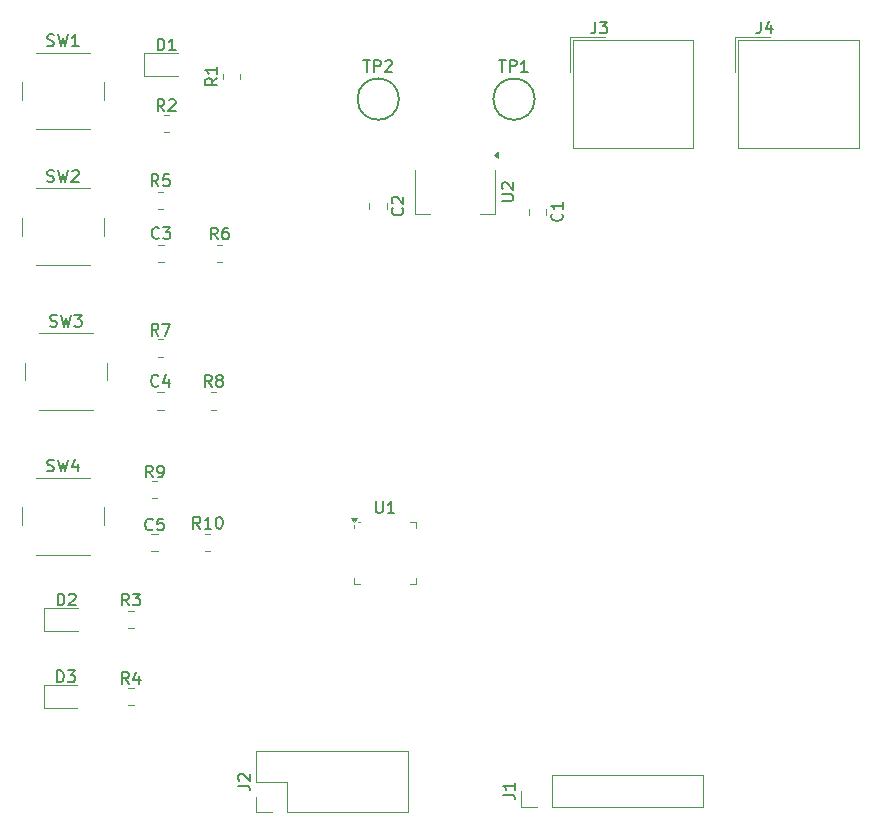
<source format=gbr>
%TF.GenerationSoftware,KiCad,Pcbnew,8.0.5*%
%TF.CreationDate,2024-11-07T20:07:23-06:00*%
%TF.ProjectId,LEDDashboard,4c454444-6173-4686-926f-6172642e6b69,rev?*%
%TF.SameCoordinates,Original*%
%TF.FileFunction,Legend,Top*%
%TF.FilePolarity,Positive*%
%FSLAX46Y46*%
G04 Gerber Fmt 4.6, Leading zero omitted, Abs format (unit mm)*
G04 Created by KiCad (PCBNEW 8.0.5) date 2024-11-07 20:07:23*
%MOMM*%
%LPD*%
G01*
G04 APERTURE LIST*
%ADD10C,0.150000*%
%ADD11C,0.120000*%
G04 APERTURE END LIST*
D10*
X68887319Y-36544404D02*
X69696842Y-36544404D01*
X69696842Y-36544404D02*
X69792080Y-36496785D01*
X69792080Y-36496785D02*
X69839700Y-36449166D01*
X69839700Y-36449166D02*
X69887319Y-36353928D01*
X69887319Y-36353928D02*
X69887319Y-36163452D01*
X69887319Y-36163452D02*
X69839700Y-36068214D01*
X69839700Y-36068214D02*
X69792080Y-36020595D01*
X69792080Y-36020595D02*
X69696842Y-35972976D01*
X69696842Y-35972976D02*
X68887319Y-35972976D01*
X68982557Y-35544404D02*
X68934938Y-35496785D01*
X68934938Y-35496785D02*
X68887319Y-35401547D01*
X68887319Y-35401547D02*
X68887319Y-35163452D01*
X68887319Y-35163452D02*
X68934938Y-35068214D01*
X68934938Y-35068214D02*
X68982557Y-35020595D01*
X68982557Y-35020595D02*
X69077795Y-34972976D01*
X69077795Y-34972976D02*
X69173033Y-34972976D01*
X69173033Y-34972976D02*
X69315890Y-35020595D01*
X69315890Y-35020595D02*
X69887319Y-35592023D01*
X69887319Y-35592023D02*
X69887319Y-34972976D01*
X57170595Y-24637319D02*
X57742023Y-24637319D01*
X57456309Y-25637319D02*
X57456309Y-24637319D01*
X58075357Y-25637319D02*
X58075357Y-24637319D01*
X58075357Y-24637319D02*
X58456309Y-24637319D01*
X58456309Y-24637319D02*
X58551547Y-24684938D01*
X58551547Y-24684938D02*
X58599166Y-24732557D01*
X58599166Y-24732557D02*
X58646785Y-24827795D01*
X58646785Y-24827795D02*
X58646785Y-24970652D01*
X58646785Y-24970652D02*
X58599166Y-25065890D01*
X58599166Y-25065890D02*
X58551547Y-25113509D01*
X58551547Y-25113509D02*
X58456309Y-25161128D01*
X58456309Y-25161128D02*
X58075357Y-25161128D01*
X59027738Y-24732557D02*
X59075357Y-24684938D01*
X59075357Y-24684938D02*
X59170595Y-24637319D01*
X59170595Y-24637319D02*
X59408690Y-24637319D01*
X59408690Y-24637319D02*
X59503928Y-24684938D01*
X59503928Y-24684938D02*
X59551547Y-24732557D01*
X59551547Y-24732557D02*
X59599166Y-24827795D01*
X59599166Y-24827795D02*
X59599166Y-24923033D01*
X59599166Y-24923033D02*
X59551547Y-25065890D01*
X59551547Y-25065890D02*
X58980119Y-25637319D01*
X58980119Y-25637319D02*
X59599166Y-25637319D01*
X68670595Y-24637319D02*
X69242023Y-24637319D01*
X68956309Y-25637319D02*
X68956309Y-24637319D01*
X69575357Y-25637319D02*
X69575357Y-24637319D01*
X69575357Y-24637319D02*
X69956309Y-24637319D01*
X69956309Y-24637319D02*
X70051547Y-24684938D01*
X70051547Y-24684938D02*
X70099166Y-24732557D01*
X70099166Y-24732557D02*
X70146785Y-24827795D01*
X70146785Y-24827795D02*
X70146785Y-24970652D01*
X70146785Y-24970652D02*
X70099166Y-25065890D01*
X70099166Y-25065890D02*
X70051547Y-25113509D01*
X70051547Y-25113509D02*
X69956309Y-25161128D01*
X69956309Y-25161128D02*
X69575357Y-25161128D01*
X71099166Y-25637319D02*
X70527738Y-25637319D01*
X70813452Y-25637319D02*
X70813452Y-24637319D01*
X70813452Y-24637319D02*
X70718214Y-24780176D01*
X70718214Y-24780176D02*
X70622976Y-24875414D01*
X70622976Y-24875414D02*
X70527738Y-24923033D01*
X30416667Y-59407200D02*
X30559524Y-59454819D01*
X30559524Y-59454819D02*
X30797619Y-59454819D01*
X30797619Y-59454819D02*
X30892857Y-59407200D01*
X30892857Y-59407200D02*
X30940476Y-59359580D01*
X30940476Y-59359580D02*
X30988095Y-59264342D01*
X30988095Y-59264342D02*
X30988095Y-59169104D01*
X30988095Y-59169104D02*
X30940476Y-59073866D01*
X30940476Y-59073866D02*
X30892857Y-59026247D01*
X30892857Y-59026247D02*
X30797619Y-58978628D01*
X30797619Y-58978628D02*
X30607143Y-58931009D01*
X30607143Y-58931009D02*
X30511905Y-58883390D01*
X30511905Y-58883390D02*
X30464286Y-58835771D01*
X30464286Y-58835771D02*
X30416667Y-58740533D01*
X30416667Y-58740533D02*
X30416667Y-58645295D01*
X30416667Y-58645295D02*
X30464286Y-58550057D01*
X30464286Y-58550057D02*
X30511905Y-58502438D01*
X30511905Y-58502438D02*
X30607143Y-58454819D01*
X30607143Y-58454819D02*
X30845238Y-58454819D01*
X30845238Y-58454819D02*
X30988095Y-58502438D01*
X31321429Y-58454819D02*
X31559524Y-59454819D01*
X31559524Y-59454819D02*
X31750000Y-58740533D01*
X31750000Y-58740533D02*
X31940476Y-59454819D01*
X31940476Y-59454819D02*
X32178572Y-58454819D01*
X32988095Y-58788152D02*
X32988095Y-59454819D01*
X32750000Y-58407200D02*
X32511905Y-59121485D01*
X32511905Y-59121485D02*
X33130952Y-59121485D01*
X30666667Y-47157200D02*
X30809524Y-47204819D01*
X30809524Y-47204819D02*
X31047619Y-47204819D01*
X31047619Y-47204819D02*
X31142857Y-47157200D01*
X31142857Y-47157200D02*
X31190476Y-47109580D01*
X31190476Y-47109580D02*
X31238095Y-47014342D01*
X31238095Y-47014342D02*
X31238095Y-46919104D01*
X31238095Y-46919104D02*
X31190476Y-46823866D01*
X31190476Y-46823866D02*
X31142857Y-46776247D01*
X31142857Y-46776247D02*
X31047619Y-46728628D01*
X31047619Y-46728628D02*
X30857143Y-46681009D01*
X30857143Y-46681009D02*
X30761905Y-46633390D01*
X30761905Y-46633390D02*
X30714286Y-46585771D01*
X30714286Y-46585771D02*
X30666667Y-46490533D01*
X30666667Y-46490533D02*
X30666667Y-46395295D01*
X30666667Y-46395295D02*
X30714286Y-46300057D01*
X30714286Y-46300057D02*
X30761905Y-46252438D01*
X30761905Y-46252438D02*
X30857143Y-46204819D01*
X30857143Y-46204819D02*
X31095238Y-46204819D01*
X31095238Y-46204819D02*
X31238095Y-46252438D01*
X31571429Y-46204819D02*
X31809524Y-47204819D01*
X31809524Y-47204819D02*
X32000000Y-46490533D01*
X32000000Y-46490533D02*
X32190476Y-47204819D01*
X32190476Y-47204819D02*
X32428572Y-46204819D01*
X32714286Y-46204819D02*
X33333333Y-46204819D01*
X33333333Y-46204819D02*
X33000000Y-46585771D01*
X33000000Y-46585771D02*
X33142857Y-46585771D01*
X33142857Y-46585771D02*
X33238095Y-46633390D01*
X33238095Y-46633390D02*
X33285714Y-46681009D01*
X33285714Y-46681009D02*
X33333333Y-46776247D01*
X33333333Y-46776247D02*
X33333333Y-47014342D01*
X33333333Y-47014342D02*
X33285714Y-47109580D01*
X33285714Y-47109580D02*
X33238095Y-47157200D01*
X33238095Y-47157200D02*
X33142857Y-47204819D01*
X33142857Y-47204819D02*
X32857143Y-47204819D01*
X32857143Y-47204819D02*
X32761905Y-47157200D01*
X32761905Y-47157200D02*
X32714286Y-47109580D01*
X30416667Y-34907200D02*
X30559524Y-34954819D01*
X30559524Y-34954819D02*
X30797619Y-34954819D01*
X30797619Y-34954819D02*
X30892857Y-34907200D01*
X30892857Y-34907200D02*
X30940476Y-34859580D01*
X30940476Y-34859580D02*
X30988095Y-34764342D01*
X30988095Y-34764342D02*
X30988095Y-34669104D01*
X30988095Y-34669104D02*
X30940476Y-34573866D01*
X30940476Y-34573866D02*
X30892857Y-34526247D01*
X30892857Y-34526247D02*
X30797619Y-34478628D01*
X30797619Y-34478628D02*
X30607143Y-34431009D01*
X30607143Y-34431009D02*
X30511905Y-34383390D01*
X30511905Y-34383390D02*
X30464286Y-34335771D01*
X30464286Y-34335771D02*
X30416667Y-34240533D01*
X30416667Y-34240533D02*
X30416667Y-34145295D01*
X30416667Y-34145295D02*
X30464286Y-34050057D01*
X30464286Y-34050057D02*
X30511905Y-34002438D01*
X30511905Y-34002438D02*
X30607143Y-33954819D01*
X30607143Y-33954819D02*
X30845238Y-33954819D01*
X30845238Y-33954819D02*
X30988095Y-34002438D01*
X31321429Y-33954819D02*
X31559524Y-34954819D01*
X31559524Y-34954819D02*
X31750000Y-34240533D01*
X31750000Y-34240533D02*
X31940476Y-34954819D01*
X31940476Y-34954819D02*
X32178572Y-33954819D01*
X32511905Y-34050057D02*
X32559524Y-34002438D01*
X32559524Y-34002438D02*
X32654762Y-33954819D01*
X32654762Y-33954819D02*
X32892857Y-33954819D01*
X32892857Y-33954819D02*
X32988095Y-34002438D01*
X32988095Y-34002438D02*
X33035714Y-34050057D01*
X33035714Y-34050057D02*
X33083333Y-34145295D01*
X33083333Y-34145295D02*
X33083333Y-34240533D01*
X33083333Y-34240533D02*
X33035714Y-34383390D01*
X33035714Y-34383390D02*
X32464286Y-34954819D01*
X32464286Y-34954819D02*
X33083333Y-34954819D01*
X30416667Y-23407200D02*
X30559524Y-23454819D01*
X30559524Y-23454819D02*
X30797619Y-23454819D01*
X30797619Y-23454819D02*
X30892857Y-23407200D01*
X30892857Y-23407200D02*
X30940476Y-23359580D01*
X30940476Y-23359580D02*
X30988095Y-23264342D01*
X30988095Y-23264342D02*
X30988095Y-23169104D01*
X30988095Y-23169104D02*
X30940476Y-23073866D01*
X30940476Y-23073866D02*
X30892857Y-23026247D01*
X30892857Y-23026247D02*
X30797619Y-22978628D01*
X30797619Y-22978628D02*
X30607143Y-22931009D01*
X30607143Y-22931009D02*
X30511905Y-22883390D01*
X30511905Y-22883390D02*
X30464286Y-22835771D01*
X30464286Y-22835771D02*
X30416667Y-22740533D01*
X30416667Y-22740533D02*
X30416667Y-22645295D01*
X30416667Y-22645295D02*
X30464286Y-22550057D01*
X30464286Y-22550057D02*
X30511905Y-22502438D01*
X30511905Y-22502438D02*
X30607143Y-22454819D01*
X30607143Y-22454819D02*
X30845238Y-22454819D01*
X30845238Y-22454819D02*
X30988095Y-22502438D01*
X31321429Y-22454819D02*
X31559524Y-23454819D01*
X31559524Y-23454819D02*
X31750000Y-22740533D01*
X31750000Y-22740533D02*
X31940476Y-23454819D01*
X31940476Y-23454819D02*
X32178572Y-22454819D01*
X33083333Y-23454819D02*
X32511905Y-23454819D01*
X32797619Y-23454819D02*
X32797619Y-22454819D01*
X32797619Y-22454819D02*
X32702381Y-22597676D01*
X32702381Y-22597676D02*
X32607143Y-22692914D01*
X32607143Y-22692914D02*
X32511905Y-22740533D01*
X43357142Y-64304819D02*
X43023809Y-63828628D01*
X42785714Y-64304819D02*
X42785714Y-63304819D01*
X42785714Y-63304819D02*
X43166666Y-63304819D01*
X43166666Y-63304819D02*
X43261904Y-63352438D01*
X43261904Y-63352438D02*
X43309523Y-63400057D01*
X43309523Y-63400057D02*
X43357142Y-63495295D01*
X43357142Y-63495295D02*
X43357142Y-63638152D01*
X43357142Y-63638152D02*
X43309523Y-63733390D01*
X43309523Y-63733390D02*
X43261904Y-63781009D01*
X43261904Y-63781009D02*
X43166666Y-63828628D01*
X43166666Y-63828628D02*
X42785714Y-63828628D01*
X44309523Y-64304819D02*
X43738095Y-64304819D01*
X44023809Y-64304819D02*
X44023809Y-63304819D01*
X44023809Y-63304819D02*
X43928571Y-63447676D01*
X43928571Y-63447676D02*
X43833333Y-63542914D01*
X43833333Y-63542914D02*
X43738095Y-63590533D01*
X44928571Y-63304819D02*
X45023809Y-63304819D01*
X45023809Y-63304819D02*
X45119047Y-63352438D01*
X45119047Y-63352438D02*
X45166666Y-63400057D01*
X45166666Y-63400057D02*
X45214285Y-63495295D01*
X45214285Y-63495295D02*
X45261904Y-63685771D01*
X45261904Y-63685771D02*
X45261904Y-63923866D01*
X45261904Y-63923866D02*
X45214285Y-64114342D01*
X45214285Y-64114342D02*
X45166666Y-64209580D01*
X45166666Y-64209580D02*
X45119047Y-64257200D01*
X45119047Y-64257200D02*
X45023809Y-64304819D01*
X45023809Y-64304819D02*
X44928571Y-64304819D01*
X44928571Y-64304819D02*
X44833333Y-64257200D01*
X44833333Y-64257200D02*
X44785714Y-64209580D01*
X44785714Y-64209580D02*
X44738095Y-64114342D01*
X44738095Y-64114342D02*
X44690476Y-63923866D01*
X44690476Y-63923866D02*
X44690476Y-63685771D01*
X44690476Y-63685771D02*
X44738095Y-63495295D01*
X44738095Y-63495295D02*
X44785714Y-63400057D01*
X44785714Y-63400057D02*
X44833333Y-63352438D01*
X44833333Y-63352438D02*
X44928571Y-63304819D01*
X39333333Y-59954819D02*
X39000000Y-59478628D01*
X38761905Y-59954819D02*
X38761905Y-58954819D01*
X38761905Y-58954819D02*
X39142857Y-58954819D01*
X39142857Y-58954819D02*
X39238095Y-59002438D01*
X39238095Y-59002438D02*
X39285714Y-59050057D01*
X39285714Y-59050057D02*
X39333333Y-59145295D01*
X39333333Y-59145295D02*
X39333333Y-59288152D01*
X39333333Y-59288152D02*
X39285714Y-59383390D01*
X39285714Y-59383390D02*
X39238095Y-59431009D01*
X39238095Y-59431009D02*
X39142857Y-59478628D01*
X39142857Y-59478628D02*
X38761905Y-59478628D01*
X39809524Y-59954819D02*
X40000000Y-59954819D01*
X40000000Y-59954819D02*
X40095238Y-59907200D01*
X40095238Y-59907200D02*
X40142857Y-59859580D01*
X40142857Y-59859580D02*
X40238095Y-59716723D01*
X40238095Y-59716723D02*
X40285714Y-59526247D01*
X40285714Y-59526247D02*
X40285714Y-59145295D01*
X40285714Y-59145295D02*
X40238095Y-59050057D01*
X40238095Y-59050057D02*
X40190476Y-59002438D01*
X40190476Y-59002438D02*
X40095238Y-58954819D01*
X40095238Y-58954819D02*
X39904762Y-58954819D01*
X39904762Y-58954819D02*
X39809524Y-59002438D01*
X39809524Y-59002438D02*
X39761905Y-59050057D01*
X39761905Y-59050057D02*
X39714286Y-59145295D01*
X39714286Y-59145295D02*
X39714286Y-59383390D01*
X39714286Y-59383390D02*
X39761905Y-59478628D01*
X39761905Y-59478628D02*
X39809524Y-59526247D01*
X39809524Y-59526247D02*
X39904762Y-59573866D01*
X39904762Y-59573866D02*
X40095238Y-59573866D01*
X40095238Y-59573866D02*
X40190476Y-59526247D01*
X40190476Y-59526247D02*
X40238095Y-59478628D01*
X40238095Y-59478628D02*
X40285714Y-59383390D01*
X44333333Y-52304819D02*
X44000000Y-51828628D01*
X43761905Y-52304819D02*
X43761905Y-51304819D01*
X43761905Y-51304819D02*
X44142857Y-51304819D01*
X44142857Y-51304819D02*
X44238095Y-51352438D01*
X44238095Y-51352438D02*
X44285714Y-51400057D01*
X44285714Y-51400057D02*
X44333333Y-51495295D01*
X44333333Y-51495295D02*
X44333333Y-51638152D01*
X44333333Y-51638152D02*
X44285714Y-51733390D01*
X44285714Y-51733390D02*
X44238095Y-51781009D01*
X44238095Y-51781009D02*
X44142857Y-51828628D01*
X44142857Y-51828628D02*
X43761905Y-51828628D01*
X44904762Y-51733390D02*
X44809524Y-51685771D01*
X44809524Y-51685771D02*
X44761905Y-51638152D01*
X44761905Y-51638152D02*
X44714286Y-51542914D01*
X44714286Y-51542914D02*
X44714286Y-51495295D01*
X44714286Y-51495295D02*
X44761905Y-51400057D01*
X44761905Y-51400057D02*
X44809524Y-51352438D01*
X44809524Y-51352438D02*
X44904762Y-51304819D01*
X44904762Y-51304819D02*
X45095238Y-51304819D01*
X45095238Y-51304819D02*
X45190476Y-51352438D01*
X45190476Y-51352438D02*
X45238095Y-51400057D01*
X45238095Y-51400057D02*
X45285714Y-51495295D01*
X45285714Y-51495295D02*
X45285714Y-51542914D01*
X45285714Y-51542914D02*
X45238095Y-51638152D01*
X45238095Y-51638152D02*
X45190476Y-51685771D01*
X45190476Y-51685771D02*
X45095238Y-51733390D01*
X45095238Y-51733390D02*
X44904762Y-51733390D01*
X44904762Y-51733390D02*
X44809524Y-51781009D01*
X44809524Y-51781009D02*
X44761905Y-51828628D01*
X44761905Y-51828628D02*
X44714286Y-51923866D01*
X44714286Y-51923866D02*
X44714286Y-52114342D01*
X44714286Y-52114342D02*
X44761905Y-52209580D01*
X44761905Y-52209580D02*
X44809524Y-52257200D01*
X44809524Y-52257200D02*
X44904762Y-52304819D01*
X44904762Y-52304819D02*
X45095238Y-52304819D01*
X45095238Y-52304819D02*
X45190476Y-52257200D01*
X45190476Y-52257200D02*
X45238095Y-52209580D01*
X45238095Y-52209580D02*
X45285714Y-52114342D01*
X45285714Y-52114342D02*
X45285714Y-51923866D01*
X45285714Y-51923866D02*
X45238095Y-51828628D01*
X45238095Y-51828628D02*
X45190476Y-51781009D01*
X45190476Y-51781009D02*
X45095238Y-51733390D01*
X39833333Y-47954819D02*
X39500000Y-47478628D01*
X39261905Y-47954819D02*
X39261905Y-46954819D01*
X39261905Y-46954819D02*
X39642857Y-46954819D01*
X39642857Y-46954819D02*
X39738095Y-47002438D01*
X39738095Y-47002438D02*
X39785714Y-47050057D01*
X39785714Y-47050057D02*
X39833333Y-47145295D01*
X39833333Y-47145295D02*
X39833333Y-47288152D01*
X39833333Y-47288152D02*
X39785714Y-47383390D01*
X39785714Y-47383390D02*
X39738095Y-47431009D01*
X39738095Y-47431009D02*
X39642857Y-47478628D01*
X39642857Y-47478628D02*
X39261905Y-47478628D01*
X40166667Y-46954819D02*
X40833333Y-46954819D01*
X40833333Y-46954819D02*
X40404762Y-47954819D01*
X44833333Y-39804819D02*
X44500000Y-39328628D01*
X44261905Y-39804819D02*
X44261905Y-38804819D01*
X44261905Y-38804819D02*
X44642857Y-38804819D01*
X44642857Y-38804819D02*
X44738095Y-38852438D01*
X44738095Y-38852438D02*
X44785714Y-38900057D01*
X44785714Y-38900057D02*
X44833333Y-38995295D01*
X44833333Y-38995295D02*
X44833333Y-39138152D01*
X44833333Y-39138152D02*
X44785714Y-39233390D01*
X44785714Y-39233390D02*
X44738095Y-39281009D01*
X44738095Y-39281009D02*
X44642857Y-39328628D01*
X44642857Y-39328628D02*
X44261905Y-39328628D01*
X45690476Y-38804819D02*
X45500000Y-38804819D01*
X45500000Y-38804819D02*
X45404762Y-38852438D01*
X45404762Y-38852438D02*
X45357143Y-38900057D01*
X45357143Y-38900057D02*
X45261905Y-39042914D01*
X45261905Y-39042914D02*
X45214286Y-39233390D01*
X45214286Y-39233390D02*
X45214286Y-39614342D01*
X45214286Y-39614342D02*
X45261905Y-39709580D01*
X45261905Y-39709580D02*
X45309524Y-39757200D01*
X45309524Y-39757200D02*
X45404762Y-39804819D01*
X45404762Y-39804819D02*
X45595238Y-39804819D01*
X45595238Y-39804819D02*
X45690476Y-39757200D01*
X45690476Y-39757200D02*
X45738095Y-39709580D01*
X45738095Y-39709580D02*
X45785714Y-39614342D01*
X45785714Y-39614342D02*
X45785714Y-39376247D01*
X45785714Y-39376247D02*
X45738095Y-39281009D01*
X45738095Y-39281009D02*
X45690476Y-39233390D01*
X45690476Y-39233390D02*
X45595238Y-39185771D01*
X45595238Y-39185771D02*
X45404762Y-39185771D01*
X45404762Y-39185771D02*
X45309524Y-39233390D01*
X45309524Y-39233390D02*
X45261905Y-39281009D01*
X45261905Y-39281009D02*
X45214286Y-39376247D01*
X39833333Y-35304819D02*
X39500000Y-34828628D01*
X39261905Y-35304819D02*
X39261905Y-34304819D01*
X39261905Y-34304819D02*
X39642857Y-34304819D01*
X39642857Y-34304819D02*
X39738095Y-34352438D01*
X39738095Y-34352438D02*
X39785714Y-34400057D01*
X39785714Y-34400057D02*
X39833333Y-34495295D01*
X39833333Y-34495295D02*
X39833333Y-34638152D01*
X39833333Y-34638152D02*
X39785714Y-34733390D01*
X39785714Y-34733390D02*
X39738095Y-34781009D01*
X39738095Y-34781009D02*
X39642857Y-34828628D01*
X39642857Y-34828628D02*
X39261905Y-34828628D01*
X40738095Y-34304819D02*
X40261905Y-34304819D01*
X40261905Y-34304819D02*
X40214286Y-34781009D01*
X40214286Y-34781009D02*
X40261905Y-34733390D01*
X40261905Y-34733390D02*
X40357143Y-34685771D01*
X40357143Y-34685771D02*
X40595238Y-34685771D01*
X40595238Y-34685771D02*
X40690476Y-34733390D01*
X40690476Y-34733390D02*
X40738095Y-34781009D01*
X40738095Y-34781009D02*
X40785714Y-34876247D01*
X40785714Y-34876247D02*
X40785714Y-35114342D01*
X40785714Y-35114342D02*
X40738095Y-35209580D01*
X40738095Y-35209580D02*
X40690476Y-35257200D01*
X40690476Y-35257200D02*
X40595238Y-35304819D01*
X40595238Y-35304819D02*
X40357143Y-35304819D01*
X40357143Y-35304819D02*
X40261905Y-35257200D01*
X40261905Y-35257200D02*
X40214286Y-35209580D01*
X37333333Y-77454819D02*
X37000000Y-76978628D01*
X36761905Y-77454819D02*
X36761905Y-76454819D01*
X36761905Y-76454819D02*
X37142857Y-76454819D01*
X37142857Y-76454819D02*
X37238095Y-76502438D01*
X37238095Y-76502438D02*
X37285714Y-76550057D01*
X37285714Y-76550057D02*
X37333333Y-76645295D01*
X37333333Y-76645295D02*
X37333333Y-76788152D01*
X37333333Y-76788152D02*
X37285714Y-76883390D01*
X37285714Y-76883390D02*
X37238095Y-76931009D01*
X37238095Y-76931009D02*
X37142857Y-76978628D01*
X37142857Y-76978628D02*
X36761905Y-76978628D01*
X38190476Y-76788152D02*
X38190476Y-77454819D01*
X37952381Y-76407200D02*
X37714286Y-77121485D01*
X37714286Y-77121485D02*
X38333333Y-77121485D01*
X37333333Y-70804819D02*
X37000000Y-70328628D01*
X36761905Y-70804819D02*
X36761905Y-69804819D01*
X36761905Y-69804819D02*
X37142857Y-69804819D01*
X37142857Y-69804819D02*
X37238095Y-69852438D01*
X37238095Y-69852438D02*
X37285714Y-69900057D01*
X37285714Y-69900057D02*
X37333333Y-69995295D01*
X37333333Y-69995295D02*
X37333333Y-70138152D01*
X37333333Y-70138152D02*
X37285714Y-70233390D01*
X37285714Y-70233390D02*
X37238095Y-70281009D01*
X37238095Y-70281009D02*
X37142857Y-70328628D01*
X37142857Y-70328628D02*
X36761905Y-70328628D01*
X37666667Y-69804819D02*
X38285714Y-69804819D01*
X38285714Y-69804819D02*
X37952381Y-70185771D01*
X37952381Y-70185771D02*
X38095238Y-70185771D01*
X38095238Y-70185771D02*
X38190476Y-70233390D01*
X38190476Y-70233390D02*
X38238095Y-70281009D01*
X38238095Y-70281009D02*
X38285714Y-70376247D01*
X38285714Y-70376247D02*
X38285714Y-70614342D01*
X38285714Y-70614342D02*
X38238095Y-70709580D01*
X38238095Y-70709580D02*
X38190476Y-70757200D01*
X38190476Y-70757200D02*
X38095238Y-70804819D01*
X38095238Y-70804819D02*
X37809524Y-70804819D01*
X37809524Y-70804819D02*
X37714286Y-70757200D01*
X37714286Y-70757200D02*
X37666667Y-70709580D01*
X40333333Y-28954819D02*
X40000000Y-28478628D01*
X39761905Y-28954819D02*
X39761905Y-27954819D01*
X39761905Y-27954819D02*
X40142857Y-27954819D01*
X40142857Y-27954819D02*
X40238095Y-28002438D01*
X40238095Y-28002438D02*
X40285714Y-28050057D01*
X40285714Y-28050057D02*
X40333333Y-28145295D01*
X40333333Y-28145295D02*
X40333333Y-28288152D01*
X40333333Y-28288152D02*
X40285714Y-28383390D01*
X40285714Y-28383390D02*
X40238095Y-28431009D01*
X40238095Y-28431009D02*
X40142857Y-28478628D01*
X40142857Y-28478628D02*
X39761905Y-28478628D01*
X40714286Y-28050057D02*
X40761905Y-28002438D01*
X40761905Y-28002438D02*
X40857143Y-27954819D01*
X40857143Y-27954819D02*
X41095238Y-27954819D01*
X41095238Y-27954819D02*
X41190476Y-28002438D01*
X41190476Y-28002438D02*
X41238095Y-28050057D01*
X41238095Y-28050057D02*
X41285714Y-28145295D01*
X41285714Y-28145295D02*
X41285714Y-28240533D01*
X41285714Y-28240533D02*
X41238095Y-28383390D01*
X41238095Y-28383390D02*
X40666667Y-28954819D01*
X40666667Y-28954819D02*
X41285714Y-28954819D01*
X44804819Y-26166666D02*
X44328628Y-26499999D01*
X44804819Y-26738094D02*
X43804819Y-26738094D01*
X43804819Y-26738094D02*
X43804819Y-26357142D01*
X43804819Y-26357142D02*
X43852438Y-26261904D01*
X43852438Y-26261904D02*
X43900057Y-26214285D01*
X43900057Y-26214285D02*
X43995295Y-26166666D01*
X43995295Y-26166666D02*
X44138152Y-26166666D01*
X44138152Y-26166666D02*
X44233390Y-26214285D01*
X44233390Y-26214285D02*
X44281009Y-26261904D01*
X44281009Y-26261904D02*
X44328628Y-26357142D01*
X44328628Y-26357142D02*
X44328628Y-26738094D01*
X44804819Y-25214285D02*
X44804819Y-25785713D01*
X44804819Y-25499999D02*
X43804819Y-25499999D01*
X43804819Y-25499999D02*
X43947676Y-25595237D01*
X43947676Y-25595237D02*
X44042914Y-25690475D01*
X44042914Y-25690475D02*
X44090533Y-25785713D01*
X90816666Y-21364819D02*
X90816666Y-22079104D01*
X90816666Y-22079104D02*
X90769047Y-22221961D01*
X90769047Y-22221961D02*
X90673809Y-22317200D01*
X90673809Y-22317200D02*
X90530952Y-22364819D01*
X90530952Y-22364819D02*
X90435714Y-22364819D01*
X91721428Y-21698152D02*
X91721428Y-22364819D01*
X91483333Y-21317200D02*
X91245238Y-22031485D01*
X91245238Y-22031485D02*
X91864285Y-22031485D01*
X76816666Y-21364819D02*
X76816666Y-22079104D01*
X76816666Y-22079104D02*
X76769047Y-22221961D01*
X76769047Y-22221961D02*
X76673809Y-22317200D01*
X76673809Y-22317200D02*
X76530952Y-22364819D01*
X76530952Y-22364819D02*
X76435714Y-22364819D01*
X77197619Y-21364819D02*
X77816666Y-21364819D01*
X77816666Y-21364819D02*
X77483333Y-21745771D01*
X77483333Y-21745771D02*
X77626190Y-21745771D01*
X77626190Y-21745771D02*
X77721428Y-21793390D01*
X77721428Y-21793390D02*
X77769047Y-21841009D01*
X77769047Y-21841009D02*
X77816666Y-21936247D01*
X77816666Y-21936247D02*
X77816666Y-22174342D01*
X77816666Y-22174342D02*
X77769047Y-22269580D01*
X77769047Y-22269580D02*
X77721428Y-22317200D01*
X77721428Y-22317200D02*
X77626190Y-22364819D01*
X77626190Y-22364819D02*
X77340476Y-22364819D01*
X77340476Y-22364819D02*
X77245238Y-22317200D01*
X77245238Y-22317200D02*
X77197619Y-22269580D01*
X46584819Y-86063333D02*
X47299104Y-86063333D01*
X47299104Y-86063333D02*
X47441961Y-86110952D01*
X47441961Y-86110952D02*
X47537200Y-86206190D01*
X47537200Y-86206190D02*
X47584819Y-86349047D01*
X47584819Y-86349047D02*
X47584819Y-86444285D01*
X46680057Y-85634761D02*
X46632438Y-85587142D01*
X46632438Y-85587142D02*
X46584819Y-85491904D01*
X46584819Y-85491904D02*
X46584819Y-85253809D01*
X46584819Y-85253809D02*
X46632438Y-85158571D01*
X46632438Y-85158571D02*
X46680057Y-85110952D01*
X46680057Y-85110952D02*
X46775295Y-85063333D01*
X46775295Y-85063333D02*
X46870533Y-85063333D01*
X46870533Y-85063333D02*
X47013390Y-85110952D01*
X47013390Y-85110952D02*
X47584819Y-85682380D01*
X47584819Y-85682380D02*
X47584819Y-85063333D01*
X69004819Y-86833333D02*
X69719104Y-86833333D01*
X69719104Y-86833333D02*
X69861961Y-86880952D01*
X69861961Y-86880952D02*
X69957200Y-86976190D01*
X69957200Y-86976190D02*
X70004819Y-87119047D01*
X70004819Y-87119047D02*
X70004819Y-87214285D01*
X70004819Y-85833333D02*
X70004819Y-86404761D01*
X70004819Y-86119047D02*
X69004819Y-86119047D01*
X69004819Y-86119047D02*
X69147676Y-86214285D01*
X69147676Y-86214285D02*
X69242914Y-86309523D01*
X69242914Y-86309523D02*
X69290533Y-86404761D01*
X31236905Y-77304819D02*
X31236905Y-76304819D01*
X31236905Y-76304819D02*
X31475000Y-76304819D01*
X31475000Y-76304819D02*
X31617857Y-76352438D01*
X31617857Y-76352438D02*
X31713095Y-76447676D01*
X31713095Y-76447676D02*
X31760714Y-76542914D01*
X31760714Y-76542914D02*
X31808333Y-76733390D01*
X31808333Y-76733390D02*
X31808333Y-76876247D01*
X31808333Y-76876247D02*
X31760714Y-77066723D01*
X31760714Y-77066723D02*
X31713095Y-77161961D01*
X31713095Y-77161961D02*
X31617857Y-77257200D01*
X31617857Y-77257200D02*
X31475000Y-77304819D01*
X31475000Y-77304819D02*
X31236905Y-77304819D01*
X32141667Y-76304819D02*
X32760714Y-76304819D01*
X32760714Y-76304819D02*
X32427381Y-76685771D01*
X32427381Y-76685771D02*
X32570238Y-76685771D01*
X32570238Y-76685771D02*
X32665476Y-76733390D01*
X32665476Y-76733390D02*
X32713095Y-76781009D01*
X32713095Y-76781009D02*
X32760714Y-76876247D01*
X32760714Y-76876247D02*
X32760714Y-77114342D01*
X32760714Y-77114342D02*
X32713095Y-77209580D01*
X32713095Y-77209580D02*
X32665476Y-77257200D01*
X32665476Y-77257200D02*
X32570238Y-77304819D01*
X32570238Y-77304819D02*
X32284524Y-77304819D01*
X32284524Y-77304819D02*
X32189286Y-77257200D01*
X32189286Y-77257200D02*
X32141667Y-77209580D01*
X31286905Y-70804819D02*
X31286905Y-69804819D01*
X31286905Y-69804819D02*
X31525000Y-69804819D01*
X31525000Y-69804819D02*
X31667857Y-69852438D01*
X31667857Y-69852438D02*
X31763095Y-69947676D01*
X31763095Y-69947676D02*
X31810714Y-70042914D01*
X31810714Y-70042914D02*
X31858333Y-70233390D01*
X31858333Y-70233390D02*
X31858333Y-70376247D01*
X31858333Y-70376247D02*
X31810714Y-70566723D01*
X31810714Y-70566723D02*
X31763095Y-70661961D01*
X31763095Y-70661961D02*
X31667857Y-70757200D01*
X31667857Y-70757200D02*
X31525000Y-70804819D01*
X31525000Y-70804819D02*
X31286905Y-70804819D01*
X32239286Y-69900057D02*
X32286905Y-69852438D01*
X32286905Y-69852438D02*
X32382143Y-69804819D01*
X32382143Y-69804819D02*
X32620238Y-69804819D01*
X32620238Y-69804819D02*
X32715476Y-69852438D01*
X32715476Y-69852438D02*
X32763095Y-69900057D01*
X32763095Y-69900057D02*
X32810714Y-69995295D01*
X32810714Y-69995295D02*
X32810714Y-70090533D01*
X32810714Y-70090533D02*
X32763095Y-70233390D01*
X32763095Y-70233390D02*
X32191667Y-70804819D01*
X32191667Y-70804819D02*
X32810714Y-70804819D01*
X39761905Y-23804819D02*
X39761905Y-22804819D01*
X39761905Y-22804819D02*
X40000000Y-22804819D01*
X40000000Y-22804819D02*
X40142857Y-22852438D01*
X40142857Y-22852438D02*
X40238095Y-22947676D01*
X40238095Y-22947676D02*
X40285714Y-23042914D01*
X40285714Y-23042914D02*
X40333333Y-23233390D01*
X40333333Y-23233390D02*
X40333333Y-23376247D01*
X40333333Y-23376247D02*
X40285714Y-23566723D01*
X40285714Y-23566723D02*
X40238095Y-23661961D01*
X40238095Y-23661961D02*
X40142857Y-23757200D01*
X40142857Y-23757200D02*
X40000000Y-23804819D01*
X40000000Y-23804819D02*
X39761905Y-23804819D01*
X41285714Y-23804819D02*
X40714286Y-23804819D01*
X41000000Y-23804819D02*
X41000000Y-22804819D01*
X41000000Y-22804819D02*
X40904762Y-22947676D01*
X40904762Y-22947676D02*
X40809524Y-23042914D01*
X40809524Y-23042914D02*
X40714286Y-23090533D01*
X39333333Y-64359580D02*
X39285714Y-64407200D01*
X39285714Y-64407200D02*
X39142857Y-64454819D01*
X39142857Y-64454819D02*
X39047619Y-64454819D01*
X39047619Y-64454819D02*
X38904762Y-64407200D01*
X38904762Y-64407200D02*
X38809524Y-64311961D01*
X38809524Y-64311961D02*
X38761905Y-64216723D01*
X38761905Y-64216723D02*
X38714286Y-64026247D01*
X38714286Y-64026247D02*
X38714286Y-63883390D01*
X38714286Y-63883390D02*
X38761905Y-63692914D01*
X38761905Y-63692914D02*
X38809524Y-63597676D01*
X38809524Y-63597676D02*
X38904762Y-63502438D01*
X38904762Y-63502438D02*
X39047619Y-63454819D01*
X39047619Y-63454819D02*
X39142857Y-63454819D01*
X39142857Y-63454819D02*
X39285714Y-63502438D01*
X39285714Y-63502438D02*
X39333333Y-63550057D01*
X40238095Y-63454819D02*
X39761905Y-63454819D01*
X39761905Y-63454819D02*
X39714286Y-63931009D01*
X39714286Y-63931009D02*
X39761905Y-63883390D01*
X39761905Y-63883390D02*
X39857143Y-63835771D01*
X39857143Y-63835771D02*
X40095238Y-63835771D01*
X40095238Y-63835771D02*
X40190476Y-63883390D01*
X40190476Y-63883390D02*
X40238095Y-63931009D01*
X40238095Y-63931009D02*
X40285714Y-64026247D01*
X40285714Y-64026247D02*
X40285714Y-64264342D01*
X40285714Y-64264342D02*
X40238095Y-64359580D01*
X40238095Y-64359580D02*
X40190476Y-64407200D01*
X40190476Y-64407200D02*
X40095238Y-64454819D01*
X40095238Y-64454819D02*
X39857143Y-64454819D01*
X39857143Y-64454819D02*
X39761905Y-64407200D01*
X39761905Y-64407200D02*
X39714286Y-64359580D01*
X39833333Y-52179580D02*
X39785714Y-52227200D01*
X39785714Y-52227200D02*
X39642857Y-52274819D01*
X39642857Y-52274819D02*
X39547619Y-52274819D01*
X39547619Y-52274819D02*
X39404762Y-52227200D01*
X39404762Y-52227200D02*
X39309524Y-52131961D01*
X39309524Y-52131961D02*
X39261905Y-52036723D01*
X39261905Y-52036723D02*
X39214286Y-51846247D01*
X39214286Y-51846247D02*
X39214286Y-51703390D01*
X39214286Y-51703390D02*
X39261905Y-51512914D01*
X39261905Y-51512914D02*
X39309524Y-51417676D01*
X39309524Y-51417676D02*
X39404762Y-51322438D01*
X39404762Y-51322438D02*
X39547619Y-51274819D01*
X39547619Y-51274819D02*
X39642857Y-51274819D01*
X39642857Y-51274819D02*
X39785714Y-51322438D01*
X39785714Y-51322438D02*
X39833333Y-51370057D01*
X40690476Y-51608152D02*
X40690476Y-52274819D01*
X40452381Y-51227200D02*
X40214286Y-51941485D01*
X40214286Y-51941485D02*
X40833333Y-51941485D01*
X39870833Y-39679580D02*
X39823214Y-39727200D01*
X39823214Y-39727200D02*
X39680357Y-39774819D01*
X39680357Y-39774819D02*
X39585119Y-39774819D01*
X39585119Y-39774819D02*
X39442262Y-39727200D01*
X39442262Y-39727200D02*
X39347024Y-39631961D01*
X39347024Y-39631961D02*
X39299405Y-39536723D01*
X39299405Y-39536723D02*
X39251786Y-39346247D01*
X39251786Y-39346247D02*
X39251786Y-39203390D01*
X39251786Y-39203390D02*
X39299405Y-39012914D01*
X39299405Y-39012914D02*
X39347024Y-38917676D01*
X39347024Y-38917676D02*
X39442262Y-38822438D01*
X39442262Y-38822438D02*
X39585119Y-38774819D01*
X39585119Y-38774819D02*
X39680357Y-38774819D01*
X39680357Y-38774819D02*
X39823214Y-38822438D01*
X39823214Y-38822438D02*
X39870833Y-38870057D01*
X40204167Y-38774819D02*
X40823214Y-38774819D01*
X40823214Y-38774819D02*
X40489881Y-39155771D01*
X40489881Y-39155771D02*
X40632738Y-39155771D01*
X40632738Y-39155771D02*
X40727976Y-39203390D01*
X40727976Y-39203390D02*
X40775595Y-39251009D01*
X40775595Y-39251009D02*
X40823214Y-39346247D01*
X40823214Y-39346247D02*
X40823214Y-39584342D01*
X40823214Y-39584342D02*
X40775595Y-39679580D01*
X40775595Y-39679580D02*
X40727976Y-39727200D01*
X40727976Y-39727200D02*
X40632738Y-39774819D01*
X40632738Y-39774819D02*
X40347024Y-39774819D01*
X40347024Y-39774819D02*
X40251786Y-39727200D01*
X40251786Y-39727200D02*
X40204167Y-39679580D01*
X60472080Y-37136666D02*
X60519700Y-37184285D01*
X60519700Y-37184285D02*
X60567319Y-37327142D01*
X60567319Y-37327142D02*
X60567319Y-37422380D01*
X60567319Y-37422380D02*
X60519700Y-37565237D01*
X60519700Y-37565237D02*
X60424461Y-37660475D01*
X60424461Y-37660475D02*
X60329223Y-37708094D01*
X60329223Y-37708094D02*
X60138747Y-37755713D01*
X60138747Y-37755713D02*
X59995890Y-37755713D01*
X59995890Y-37755713D02*
X59805414Y-37708094D01*
X59805414Y-37708094D02*
X59710176Y-37660475D01*
X59710176Y-37660475D02*
X59614938Y-37565237D01*
X59614938Y-37565237D02*
X59567319Y-37422380D01*
X59567319Y-37422380D02*
X59567319Y-37327142D01*
X59567319Y-37327142D02*
X59614938Y-37184285D01*
X59614938Y-37184285D02*
X59662557Y-37136666D01*
X59662557Y-36755713D02*
X59614938Y-36708094D01*
X59614938Y-36708094D02*
X59567319Y-36612856D01*
X59567319Y-36612856D02*
X59567319Y-36374761D01*
X59567319Y-36374761D02*
X59614938Y-36279523D01*
X59614938Y-36279523D02*
X59662557Y-36231904D01*
X59662557Y-36231904D02*
X59757795Y-36184285D01*
X59757795Y-36184285D02*
X59853033Y-36184285D01*
X59853033Y-36184285D02*
X59995890Y-36231904D01*
X59995890Y-36231904D02*
X60567319Y-36803332D01*
X60567319Y-36803332D02*
X60567319Y-36184285D01*
X73972080Y-37636666D02*
X74019700Y-37684285D01*
X74019700Y-37684285D02*
X74067319Y-37827142D01*
X74067319Y-37827142D02*
X74067319Y-37922380D01*
X74067319Y-37922380D02*
X74019700Y-38065237D01*
X74019700Y-38065237D02*
X73924461Y-38160475D01*
X73924461Y-38160475D02*
X73829223Y-38208094D01*
X73829223Y-38208094D02*
X73638747Y-38255713D01*
X73638747Y-38255713D02*
X73495890Y-38255713D01*
X73495890Y-38255713D02*
X73305414Y-38208094D01*
X73305414Y-38208094D02*
X73210176Y-38160475D01*
X73210176Y-38160475D02*
X73114938Y-38065237D01*
X73114938Y-38065237D02*
X73067319Y-37922380D01*
X73067319Y-37922380D02*
X73067319Y-37827142D01*
X73067319Y-37827142D02*
X73114938Y-37684285D01*
X73114938Y-37684285D02*
X73162557Y-37636666D01*
X74067319Y-36684285D02*
X74067319Y-37255713D01*
X74067319Y-36969999D02*
X73067319Y-36969999D01*
X73067319Y-36969999D02*
X73210176Y-37065237D01*
X73210176Y-37065237D02*
X73305414Y-37160475D01*
X73305414Y-37160475D02*
X73353033Y-37255713D01*
X58238095Y-61974819D02*
X58238095Y-62784342D01*
X58238095Y-62784342D02*
X58285714Y-62879580D01*
X58285714Y-62879580D02*
X58333333Y-62927200D01*
X58333333Y-62927200D02*
X58428571Y-62974819D01*
X58428571Y-62974819D02*
X58619047Y-62974819D01*
X58619047Y-62974819D02*
X58714285Y-62927200D01*
X58714285Y-62927200D02*
X58761904Y-62879580D01*
X58761904Y-62879580D02*
X58809523Y-62784342D01*
X58809523Y-62784342D02*
X58809523Y-61974819D01*
X59809523Y-62974819D02*
X59238095Y-62974819D01*
X59523809Y-62974819D02*
X59523809Y-61974819D01*
X59523809Y-61974819D02*
X59428571Y-62117676D01*
X59428571Y-62117676D02*
X59333333Y-62212914D01*
X59333333Y-62212914D02*
X59238095Y-62260533D01*
D11*
%TO.C,U2*%
X68572500Y-32892500D02*
X68242500Y-32652500D01*
X68572500Y-32412500D01*
X68572500Y-32892500D01*
G36*
X68572500Y-32892500D02*
G01*
X68242500Y-32652500D01*
X68572500Y-32412500D01*
X68572500Y-32892500D01*
G37*
X61522500Y-37692500D02*
X62782500Y-37692500D01*
X68342500Y-37692500D02*
X67082500Y-37692500D01*
X61522500Y-33932500D02*
X61522500Y-37692500D01*
X68342500Y-33932500D02*
X68342500Y-37692500D01*
D10*
%TO.C,TP2*%
X60182500Y-27932500D02*
G75*
G02*
X56682500Y-27932500I-1750000J0D01*
G01*
X56682500Y-27932500D02*
G75*
G02*
X60182500Y-27932500I1750000J0D01*
G01*
%TO.C,TP1*%
X71682500Y-27932500D02*
G75*
G02*
X68182500Y-27932500I-1750000J0D01*
G01*
X68182500Y-27932500D02*
G75*
G02*
X71682500Y-27932500I1750000J0D01*
G01*
D11*
%TO.C,SW4*%
X28250000Y-62500000D02*
X28250000Y-64000000D01*
X29500000Y-66500000D02*
X34000000Y-66500000D01*
X34000000Y-60000000D02*
X29500000Y-60000000D01*
X35250000Y-64000000D02*
X35250000Y-62500000D01*
%TO.C,SW3*%
X28500000Y-50250000D02*
X28500000Y-51750000D01*
X29750000Y-54250000D02*
X34250000Y-54250000D01*
X34250000Y-47750000D02*
X29750000Y-47750000D01*
X35500000Y-51750000D02*
X35500000Y-50250000D01*
%TO.C,SW2*%
X28250000Y-38000000D02*
X28250000Y-39500000D01*
X29500000Y-42000000D02*
X34000000Y-42000000D01*
X34000000Y-35500000D02*
X29500000Y-35500000D01*
X35250000Y-39500000D02*
X35250000Y-38000000D01*
%TO.C,SW1*%
X28250000Y-26500000D02*
X28250000Y-28000000D01*
X29500000Y-30500000D02*
X34000000Y-30500000D01*
X34000000Y-24000000D02*
X29500000Y-24000000D01*
X35250000Y-28000000D02*
X35250000Y-26500000D01*
%TO.C,R10*%
X43772936Y-64765000D02*
X44227064Y-64765000D01*
X43772936Y-66235000D02*
X44227064Y-66235000D01*
%TO.C,R9*%
X39272936Y-60265000D02*
X39727064Y-60265000D01*
X39272936Y-61735000D02*
X39727064Y-61735000D01*
%TO.C,R8*%
X44272936Y-52765000D02*
X44727064Y-52765000D01*
X44272936Y-54235000D02*
X44727064Y-54235000D01*
%TO.C,R7*%
X39772936Y-48265000D02*
X40227064Y-48265000D01*
X39772936Y-49735000D02*
X40227064Y-49735000D01*
%TO.C,R6*%
X44772936Y-40265000D02*
X45227064Y-40265000D01*
X44772936Y-41735000D02*
X45227064Y-41735000D01*
%TO.C,R5*%
X39772936Y-35765000D02*
X40227064Y-35765000D01*
X39772936Y-37235000D02*
X40227064Y-37235000D01*
%TO.C,R4*%
X37272936Y-77765000D02*
X37727064Y-77765000D01*
X37272936Y-79235000D02*
X37727064Y-79235000D01*
%TO.C,R3*%
X37272936Y-71265000D02*
X37727064Y-71265000D01*
X37272936Y-72735000D02*
X37727064Y-72735000D01*
%TO.C,R2*%
X40727064Y-30735000D02*
X40272936Y-30735000D01*
X40727064Y-29265000D02*
X40272936Y-29265000D01*
%TO.C,R1*%
X45265000Y-26227064D02*
X45265000Y-25772936D01*
X46735000Y-26227064D02*
X46735000Y-25772936D01*
%TO.C,J4*%
X99110000Y-22890000D02*
X99110000Y-32110000D01*
X88890000Y-32110000D02*
X99110000Y-32110000D01*
X88890000Y-22890000D02*
X99110000Y-22890000D01*
X88890000Y-22890000D02*
X88890000Y-32110000D01*
X88650000Y-25650000D02*
X88650000Y-22650000D01*
X88650000Y-22650000D02*
X91650000Y-22650000D01*
%TO.C,J3*%
X85110000Y-22890000D02*
X85110000Y-32110000D01*
X74890000Y-32110000D02*
X85110000Y-32110000D01*
X74890000Y-22890000D02*
X85110000Y-22890000D01*
X74890000Y-22890000D02*
X74890000Y-32110000D01*
X74650000Y-25650000D02*
X74650000Y-22650000D01*
X74650000Y-22650000D02*
X77650000Y-22650000D01*
%TO.C,J2*%
X48130000Y-88330000D02*
X48130000Y-87000000D01*
X49460000Y-88330000D02*
X48130000Y-88330000D01*
X50730000Y-88330000D02*
X60950000Y-88330000D01*
X50730000Y-88330000D02*
X50730000Y-85730000D01*
X60950000Y-88330000D02*
X60950000Y-83130000D01*
X48130000Y-85730000D02*
X48130000Y-83130000D01*
X50730000Y-85730000D02*
X48130000Y-85730000D01*
X48130000Y-83130000D02*
X60950000Y-83130000D01*
%TO.C,J1*%
X70550000Y-87830000D02*
X70550000Y-86500000D01*
X71880000Y-87830000D02*
X70550000Y-87830000D01*
X73150000Y-87830000D02*
X85910000Y-87830000D01*
X73150000Y-87830000D02*
X73150000Y-85170000D01*
X85910000Y-87830000D02*
X85910000Y-85170000D01*
X73150000Y-85170000D02*
X85910000Y-85170000D01*
%TO.C,D3*%
X30115000Y-77540000D02*
X30115000Y-79460000D01*
X30115000Y-79460000D02*
X32975000Y-79460000D01*
X32975000Y-77540000D02*
X30115000Y-77540000D01*
%TO.C,D2*%
X30165000Y-71040000D02*
X30165000Y-72960000D01*
X30165000Y-72960000D02*
X33025000Y-72960000D01*
X33025000Y-71040000D02*
X30165000Y-71040000D01*
%TO.C,D1*%
X38640000Y-24040000D02*
X38640000Y-25960000D01*
X38640000Y-25960000D02*
X41500000Y-25960000D01*
X41500000Y-24040000D02*
X38640000Y-24040000D01*
%TO.C,C5*%
X39238748Y-64765000D02*
X39761252Y-64765000D01*
X39238748Y-66235000D02*
X39761252Y-66235000D01*
%TO.C,C4*%
X39738748Y-52765000D02*
X40261252Y-52765000D01*
X39738748Y-54235000D02*
X40261252Y-54235000D01*
%TO.C,C3*%
X39776248Y-40265000D02*
X40298752Y-40265000D01*
X39776248Y-41735000D02*
X40298752Y-41735000D01*
%TO.C,C2*%
X57697500Y-36708748D02*
X57697500Y-37231252D01*
X59167500Y-36708748D02*
X59167500Y-37231252D01*
%TO.C,C1*%
X71197500Y-37208748D02*
X71197500Y-37731252D01*
X72667500Y-37208748D02*
X72667500Y-37731252D01*
%TO.C,U1*%
X56390000Y-64215000D02*
X56390000Y-63980000D01*
X56390000Y-68960000D02*
X56390000Y-68485000D01*
X56865000Y-63740000D02*
X56690000Y-63740000D01*
X56865000Y-68960000D02*
X56390000Y-68960000D01*
X61135000Y-63740000D02*
X61610000Y-63740000D01*
X61135000Y-68960000D02*
X61610000Y-68960000D01*
X61610000Y-63740000D02*
X61610000Y-64215000D01*
X61610000Y-68960000D02*
X61610000Y-68485000D01*
X56390000Y-63740000D02*
X56150000Y-63410000D01*
X56630000Y-63410000D01*
X56390000Y-63740000D01*
G36*
X56390000Y-63740000D02*
G01*
X56150000Y-63410000D01*
X56630000Y-63410000D01*
X56390000Y-63740000D01*
G37*
%TD*%
M02*

</source>
